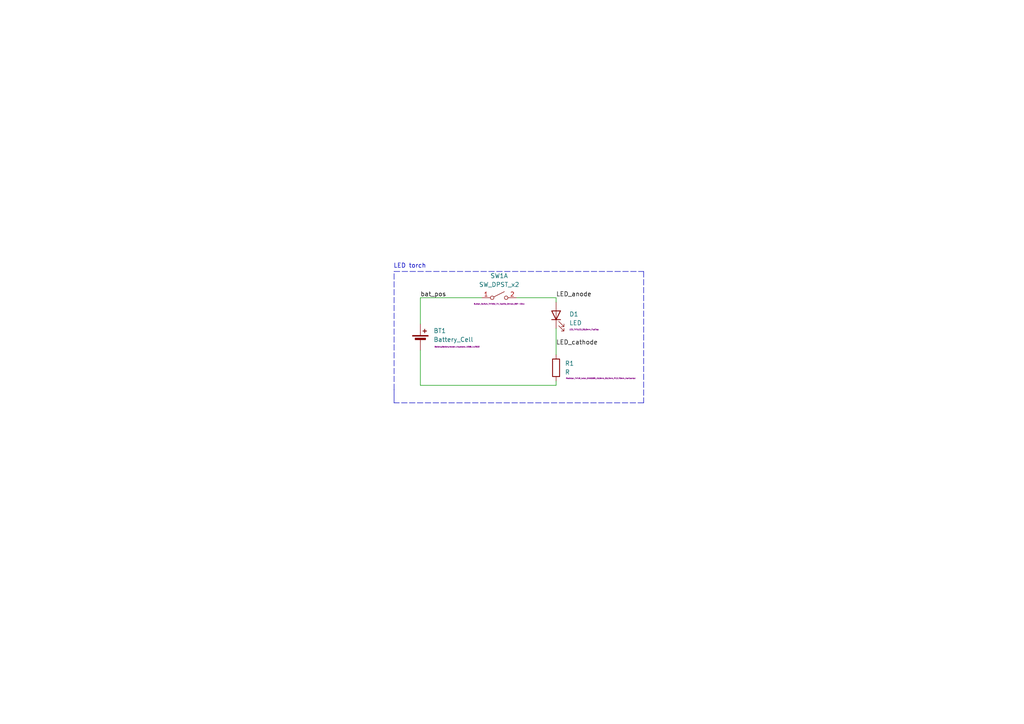
<source format=kicad_sch>
(kicad_sch (version 20231120) (generator "eeschema") (generator_version "8.0")
  (paper "A4")
  (title_block (title "LED torch") (date "2024-06-11") (rev "1") (company "Jaime M. Villegas I.") (comment 1 "Simple LED torch design example."))
  (lib_symbols
    (symbol "Device:Battery_Cell" (pin_numbers hide) (pin_names (offset 0) hide)
      (property "Reference" "BT" (at 2.54 2.54 0))
      (property "Value" "Battery_Cell" (at 2.54 0 0))
      (symbol "Battery_Cell_0_1"
        (rectangle (start -2.286 1.778) (end 2.286 1.524) (fill (type outline)))
        (rectangle (start -1.524 1.016) (end 1.524 0.508) (fill (type outline)))
        (polyline (pts (xy 0 0.762) (xy 0 0)))
        (polyline (pts (xy 0 1.778) (xy 0 2.54)))
        (polyline (pts (xy 0.762 3.048) (xy 1.778 3.048)) (stroke (width 0.254)))
        (polyline (pts (xy 1.27 3.556) (xy 1.27 2.54)) (stroke (width 0.254)))
      )
      (symbol "Battery_Cell_1_1"
        (pin passive line (at 0 5.08 270) (length 2.54) (name "+") (number "1"))
        (pin passive line (at 0 -2.54 90) (length 2.54) (name "-") (number "2"))
      )
    )
    (symbol "Device:LED" (pin_numbers hide) (pin_names (offset 1.016) hide)
      (property "Reference" "D" (at 0 2.54 0))
      (property "Value" "LED" (at 0 -2.54 0))
      (symbol "LED_0_1"
        (polyline (pts (xy -1.27 -1.27) (xy -1.27 1.27)) (stroke (width 0.254)))
        (polyline (pts (xy -1.27 0) (xy 1.27 0)))
        (polyline (pts (xy 1.27 -1.27) (xy 1.27 1.27) (xy -1.27 0) (xy 1.27 -1.27)) (stroke (width 0.254)))
        (polyline (pts (xy -3.048 -0.762) (xy -4.572 -2.286) (xy -3.81 -2.286) (xy -4.572 -2.286) (xy -4.572 -1.524)))
        (polyline (pts (xy -1.778 -0.762) (xy -3.302 -2.286) (xy -2.54 -2.286) (xy -3.302 -2.286) (xy -3.302 -1.524)))
      )
      (symbol "LED_1_1"
        (pin passive line (at -3.81 0 0) (length 2.54) (name "K") (number "1"))
        (pin passive line (at 3.81 0 180) (length 2.54) (name "A") (number "2"))
      )
    )
    (symbol "Device:R" (pin_numbers hide) (pin_names (offset 0))
      (property "Reference" "R" (at 2.032 0 90))
      (property "Value" "R" (at 0 0 90))
      (symbol "R_0_1"
        (rectangle (start -1.016 -2.54) (end 1.016 2.54) (stroke (width 0.254)))
      )
      (symbol "R_1_1"
        (pin passive line (at 0 3.81 270) (length 1.27) (name "~") (number "1"))
        (pin passive line (at 0 -3.81 90) (length 1.27) (name "~") (number "2"))
      )
    )
    (symbol "Switch:SW_DPST_x2" (pin_names (offset 0) hide)
      (property "Reference" "SW" (at 0 3.175 0))
      (property "Value" "SW_DPST_x2" (at 0 -2.54 0))
      (symbol "SW_DPST_x2_0_0"
        (circle (center -2.032 0) (radius 0.508))
        (polyline (pts (xy -1.524 0.254) (xy 1.524 1.778)))
        (circle (center 2.032 0) (radius 0.508))
      )
      (symbol "SW_DPST_x2_1_1"
        (pin passive line (at -5.08 0 0) (length 2.54) (name "A") (number "1"))
        (pin passive line (at 5.08 0 180) (length 2.54) (name "B") (number "2"))
      )
      (symbol "SW_DPST_x2_2_1"
        (pin passive line (at -5.08 0 0) (length 2.54) (name "A") (number "3"))
        (pin passive line (at 5.08 0 180) (length 2.54) (name "B") (number "4"))
      )
    )
  )
  (wire (pts (xy 121.92 111.76) (xy 161.29 111.76)))
  (polyline (pts (xy 186.69 116.84) (xy 114.3 116.84)) (stroke (width 0) (type dash)))
  (wire (pts (xy 121.92 93.98) (xy 121.92 86.36)))
  (wire (pts (xy 149.86 86.36) (xy 161.29 86.36)))
  (polyline (pts (xy 114.3 113.03) (xy 114.3 116.84)))
  (wire (pts (xy 161.29 95.25) (xy 161.29 102.87)))
  (wire (pts (xy 161.29 111.76) (xy 161.29 110.49)))
  (wire (pts (xy 121.92 86.36) (xy 139.7 86.36)))
  (polyline (pts (xy 186.69 78.74) (xy 186.69 116.84)) (stroke (width 0) (type dash)))
  (polyline (pts (xy 114.3 78.74) (xy 186.69 78.74)) (stroke (width 0) (type dash)))
  (polyline (pts (xy 114.3 113.03) (xy 114.3 78.74)) (stroke (width 0) (type dash)))
  (wire (pts (xy 161.29 86.36) (xy 161.29 87.63)))
  (wire (pts (xy 121.92 101.6) (xy 121.92 111.76)))
  (text "LED torch" (at 118.872 77.216 0) (effects (font (size 1.27 1.27))))
  (label "LED_anode" (at 161.29 86.36 0))
  (label "bat_pos" (at 121.92 86.36 0))
  (label "LED_cathode" (at 161.29 100.33 0))
  (symbol (lib_id "Device:LED") (at 161.29 91.44 90) (unit 1)
    (property "Reference" "D1" (at 165.1 91.1224 90) (effects (justify right)))
    (property "Value" "LED" (at 165.1 93.6624 90) (effects (justify right)))
    (property "Footprint" "LED_THT:LED_D5.0mm_FlatTop" (at 165.1 95.5675 90) (effects (font (size 0.381 0.381)) (justify right)))
    (property "Description" "Light emitting diode" (effects (hide yes)))
  )
  (symbol (lib_id "Device:R") (at 161.29 106.68 0) (unit 1)
    (property "Reference" "R1" (at 163.83 105.4099 0) (effects (justify left)))
    (property "Value" "R" (at 163.83 107.9499 0) (effects (justify left)))
    (property "Footprint" "Resistor_THT:R_Axial_DIN0309_L9.0mm_D3.2mm_P12.70mm_Horizontal" (at 174.244 109.728 0) (effects (font (size 0.381 0.381))))
    (property "Description" "Resistor" (effects (hide yes)))
  )
  (symbol (lib_id "Device:Battery_Cell") (at 121.92 99.06 0) (unit 1)
    (property "Reference" "BT1" (at 125.73 95.9484 0) (effects (justify left)))
    (property "Value" "Battery_Cell" (at 125.73 98.4884 0) (effects (justify left)))
    (property "Footprint" "Battery:BatteryHolder_Keystone_1058_1x2032" (at 132.588 100.584 0) (effects (font (size 0.381 0.381))))
    (property "Description" "Single-cell battery" (effects (hide yes)))
  )
  (symbol (lib_id "Switch:SW_DPST_x2") (at 144.78 86.36 0) (unit 1)
    (property "Reference" "SW1" (at 144.78 80.01 0))
    (property "Value" "SW_DPST_x2" (at 144.78 82.55 0))
    (property "Footprint" "Button_Switch_THT:SW_TH_Tactile_Omron_B3F-10xx" (at 144.78 88.138 0) (effects (font (size 0.381 0.381))))
    (property "Description" "Single Pole Single Throw (SPST) switch, separate symbol" (effects (hide yes)))
  )
)
</source>
